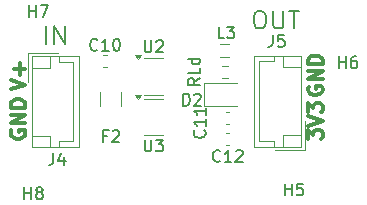
<source format=gbr>
%TF.GenerationSoftware,KiCad,Pcbnew,9.0.0*%
%TF.CreationDate,2025-04-24T23:51:43+03:00*%
%TF.ProjectId,3v3,3376332e-6b69-4636-9164-5f7063625858,rev?*%
%TF.SameCoordinates,Original*%
%TF.FileFunction,Legend,Top*%
%TF.FilePolarity,Positive*%
%FSLAX46Y46*%
G04 Gerber Fmt 4.6, Leading zero omitted, Abs format (unit mm)*
G04 Created by KiCad (PCBNEW 9.0.0) date 2025-04-24 23:51:43*
%MOMM*%
%LPD*%
G01*
G04 APERTURE LIST*
%ADD10C,0.300000*%
%ADD11C,0.150000*%
%ADD12C,0.120000*%
G04 APERTURE END LIST*
D10*
X62788947Y-102161851D02*
X62729423Y-102280898D01*
X62729423Y-102280898D02*
X62729423Y-102459470D01*
X62729423Y-102459470D02*
X62788947Y-102638041D01*
X62788947Y-102638041D02*
X62907995Y-102757089D01*
X62907995Y-102757089D02*
X63027042Y-102816612D01*
X63027042Y-102816612D02*
X63265138Y-102876136D01*
X63265138Y-102876136D02*
X63443709Y-102876136D01*
X63443709Y-102876136D02*
X63681804Y-102816612D01*
X63681804Y-102816612D02*
X63800852Y-102757089D01*
X63800852Y-102757089D02*
X63919900Y-102638041D01*
X63919900Y-102638041D02*
X63979423Y-102459470D01*
X63979423Y-102459470D02*
X63979423Y-102340422D01*
X63979423Y-102340422D02*
X63919900Y-102161851D01*
X63919900Y-102161851D02*
X63860376Y-102102327D01*
X63860376Y-102102327D02*
X63443709Y-102102327D01*
X63443709Y-102102327D02*
X63443709Y-102340422D01*
X63979423Y-101566612D02*
X62729423Y-101566612D01*
X62729423Y-101566612D02*
X63979423Y-100852327D01*
X63979423Y-100852327D02*
X62729423Y-100852327D01*
X63979423Y-100257088D02*
X62729423Y-100257088D01*
X62729423Y-100257088D02*
X62729423Y-99959469D01*
X62729423Y-99959469D02*
X62788947Y-99780898D01*
X62788947Y-99780898D02*
X62907995Y-99661850D01*
X62907995Y-99661850D02*
X63027042Y-99602327D01*
X63027042Y-99602327D02*
X63265138Y-99542803D01*
X63265138Y-99542803D02*
X63443709Y-99542803D01*
X63443709Y-99542803D02*
X63681804Y-99602327D01*
X63681804Y-99602327D02*
X63800852Y-99661850D01*
X63800852Y-99661850D02*
X63919900Y-99780898D01*
X63919900Y-99780898D02*
X63979423Y-99959469D01*
X63979423Y-99959469D02*
X63979423Y-100257088D01*
X62729423Y-98702584D02*
X63979423Y-98285917D01*
X63979423Y-98285917D02*
X62729423Y-97869251D01*
X63503233Y-97452583D02*
X63503233Y-96500203D01*
X63979423Y-96976393D02*
X63027042Y-96976393D01*
X87902923Y-102910260D02*
X87902923Y-102136451D01*
X87902923Y-102136451D02*
X88379114Y-102553117D01*
X88379114Y-102553117D02*
X88379114Y-102374546D01*
X88379114Y-102374546D02*
X88438638Y-102255498D01*
X88438638Y-102255498D02*
X88498161Y-102195974D01*
X88498161Y-102195974D02*
X88617209Y-102136451D01*
X88617209Y-102136451D02*
X88914828Y-102136451D01*
X88914828Y-102136451D02*
X89033876Y-102195974D01*
X89033876Y-102195974D02*
X89093400Y-102255498D01*
X89093400Y-102255498D02*
X89152923Y-102374546D01*
X89152923Y-102374546D02*
X89152923Y-102731689D01*
X89152923Y-102731689D02*
X89093400Y-102850736D01*
X89093400Y-102850736D02*
X89033876Y-102910260D01*
X87902923Y-101779308D02*
X89152923Y-101362641D01*
X89152923Y-101362641D02*
X87902923Y-100945975D01*
X87902923Y-100648355D02*
X87902923Y-99874546D01*
X87902923Y-99874546D02*
X88379114Y-100291212D01*
X88379114Y-100291212D02*
X88379114Y-100112641D01*
X88379114Y-100112641D02*
X88438638Y-99993593D01*
X88438638Y-99993593D02*
X88498161Y-99934069D01*
X88498161Y-99934069D02*
X88617209Y-99874546D01*
X88617209Y-99874546D02*
X88914828Y-99874546D01*
X88914828Y-99874546D02*
X89033876Y-99934069D01*
X89033876Y-99934069D02*
X89093400Y-99993593D01*
X89093400Y-99993593D02*
X89152923Y-100112641D01*
X89152923Y-100112641D02*
X89152923Y-100469784D01*
X89152923Y-100469784D02*
X89093400Y-100588831D01*
X89093400Y-100588831D02*
X89033876Y-100648355D01*
D11*
X65729026Y-94825728D02*
X65729026Y-93325728D01*
X66443312Y-94825728D02*
X66443312Y-93325728D01*
X66443312Y-93325728D02*
X67300455Y-94825728D01*
X67300455Y-94825728D02*
X67300455Y-93325728D01*
X83693141Y-92030328D02*
X83978855Y-92030328D01*
X83978855Y-92030328D02*
X84121712Y-92101757D01*
X84121712Y-92101757D02*
X84264569Y-92244614D01*
X84264569Y-92244614D02*
X84335998Y-92530328D01*
X84335998Y-92530328D02*
X84335998Y-93030328D01*
X84335998Y-93030328D02*
X84264569Y-93316042D01*
X84264569Y-93316042D02*
X84121712Y-93458900D01*
X84121712Y-93458900D02*
X83978855Y-93530328D01*
X83978855Y-93530328D02*
X83693141Y-93530328D01*
X83693141Y-93530328D02*
X83550284Y-93458900D01*
X83550284Y-93458900D02*
X83407426Y-93316042D01*
X83407426Y-93316042D02*
X83335998Y-93030328D01*
X83335998Y-93030328D02*
X83335998Y-92530328D01*
X83335998Y-92530328D02*
X83407426Y-92244614D01*
X83407426Y-92244614D02*
X83550284Y-92101757D01*
X83550284Y-92101757D02*
X83693141Y-92030328D01*
X84978855Y-92030328D02*
X84978855Y-93244614D01*
X84978855Y-93244614D02*
X85050284Y-93387471D01*
X85050284Y-93387471D02*
X85121713Y-93458900D01*
X85121713Y-93458900D02*
X85264570Y-93530328D01*
X85264570Y-93530328D02*
X85550284Y-93530328D01*
X85550284Y-93530328D02*
X85693141Y-93458900D01*
X85693141Y-93458900D02*
X85764570Y-93387471D01*
X85764570Y-93387471D02*
X85835998Y-93244614D01*
X85835998Y-93244614D02*
X85835998Y-92030328D01*
X86335999Y-92030328D02*
X87193142Y-92030328D01*
X86764570Y-93530328D02*
X86764570Y-92030328D01*
D10*
X87962447Y-98453451D02*
X87902923Y-98572498D01*
X87902923Y-98572498D02*
X87902923Y-98751070D01*
X87902923Y-98751070D02*
X87962447Y-98929641D01*
X87962447Y-98929641D02*
X88081495Y-99048689D01*
X88081495Y-99048689D02*
X88200542Y-99108212D01*
X88200542Y-99108212D02*
X88438638Y-99167736D01*
X88438638Y-99167736D02*
X88617209Y-99167736D01*
X88617209Y-99167736D02*
X88855304Y-99108212D01*
X88855304Y-99108212D02*
X88974352Y-99048689D01*
X88974352Y-99048689D02*
X89093400Y-98929641D01*
X89093400Y-98929641D02*
X89152923Y-98751070D01*
X89152923Y-98751070D02*
X89152923Y-98632022D01*
X89152923Y-98632022D02*
X89093400Y-98453451D01*
X89093400Y-98453451D02*
X89033876Y-98393927D01*
X89033876Y-98393927D02*
X88617209Y-98393927D01*
X88617209Y-98393927D02*
X88617209Y-98632022D01*
X89152923Y-97858212D02*
X87902923Y-97858212D01*
X87902923Y-97858212D02*
X89152923Y-97143927D01*
X89152923Y-97143927D02*
X87902923Y-97143927D01*
X89152923Y-96548688D02*
X87902923Y-96548688D01*
X87902923Y-96548688D02*
X87902923Y-96251069D01*
X87902923Y-96251069D02*
X87962447Y-96072498D01*
X87962447Y-96072498D02*
X88081495Y-95953450D01*
X88081495Y-95953450D02*
X88200542Y-95893927D01*
X88200542Y-95893927D02*
X88438638Y-95834403D01*
X88438638Y-95834403D02*
X88617209Y-95834403D01*
X88617209Y-95834403D02*
X88855304Y-95893927D01*
X88855304Y-95893927D02*
X88974352Y-95953450D01*
X88974352Y-95953450D02*
X89093400Y-96072498D01*
X89093400Y-96072498D02*
X89152923Y-96251069D01*
X89152923Y-96251069D02*
X89152923Y-96548688D01*
D11*
X80479942Y-104748180D02*
X80432323Y-104795800D01*
X80432323Y-104795800D02*
X80289466Y-104843419D01*
X80289466Y-104843419D02*
X80194228Y-104843419D01*
X80194228Y-104843419D02*
X80051371Y-104795800D01*
X80051371Y-104795800D02*
X79956133Y-104700561D01*
X79956133Y-104700561D02*
X79908514Y-104605323D01*
X79908514Y-104605323D02*
X79860895Y-104414847D01*
X79860895Y-104414847D02*
X79860895Y-104271990D01*
X79860895Y-104271990D02*
X79908514Y-104081514D01*
X79908514Y-104081514D02*
X79956133Y-103986276D01*
X79956133Y-103986276D02*
X80051371Y-103891038D01*
X80051371Y-103891038D02*
X80194228Y-103843419D01*
X80194228Y-103843419D02*
X80289466Y-103843419D01*
X80289466Y-103843419D02*
X80432323Y-103891038D01*
X80432323Y-103891038D02*
X80479942Y-103938657D01*
X81432323Y-104843419D02*
X80860895Y-104843419D01*
X81146609Y-104843419D02*
X81146609Y-103843419D01*
X81146609Y-103843419D02*
X81051371Y-103986276D01*
X81051371Y-103986276D02*
X80956133Y-104081514D01*
X80956133Y-104081514D02*
X80860895Y-104129133D01*
X81813276Y-103938657D02*
X81860895Y-103891038D01*
X81860895Y-103891038D02*
X81956133Y-103843419D01*
X81956133Y-103843419D02*
X82194228Y-103843419D01*
X82194228Y-103843419D02*
X82289466Y-103891038D01*
X82289466Y-103891038D02*
X82337085Y-103938657D01*
X82337085Y-103938657D02*
X82384704Y-104033895D01*
X82384704Y-104033895D02*
X82384704Y-104129133D01*
X82384704Y-104129133D02*
X82337085Y-104271990D01*
X82337085Y-104271990D02*
X81765657Y-104843419D01*
X81765657Y-104843419D02*
X82384704Y-104843419D01*
X77336705Y-100069334D02*
X77336705Y-99069334D01*
X77336705Y-99069334D02*
X77574800Y-99069334D01*
X77574800Y-99069334D02*
X77717657Y-99116953D01*
X77717657Y-99116953D02*
X77812895Y-99212191D01*
X77812895Y-99212191D02*
X77860514Y-99307429D01*
X77860514Y-99307429D02*
X77908133Y-99497905D01*
X77908133Y-99497905D02*
X77908133Y-99640762D01*
X77908133Y-99640762D02*
X77860514Y-99831238D01*
X77860514Y-99831238D02*
X77812895Y-99926476D01*
X77812895Y-99926476D02*
X77717657Y-100021715D01*
X77717657Y-100021715D02*
X77574800Y-100069334D01*
X77574800Y-100069334D02*
X77336705Y-100069334D01*
X78289086Y-99164572D02*
X78336705Y-99116953D01*
X78336705Y-99116953D02*
X78431943Y-99069334D01*
X78431943Y-99069334D02*
X78670038Y-99069334D01*
X78670038Y-99069334D02*
X78765276Y-99116953D01*
X78765276Y-99116953D02*
X78812895Y-99164572D01*
X78812895Y-99164572D02*
X78860514Y-99259810D01*
X78860514Y-99259810D02*
X78860514Y-99355048D01*
X78860514Y-99355048D02*
X78812895Y-99497905D01*
X78812895Y-99497905D02*
X78241467Y-100069334D01*
X78241467Y-100069334D02*
X78860514Y-100069334D01*
X80829133Y-94379719D02*
X80352943Y-94379719D01*
X80352943Y-94379719D02*
X80352943Y-93379719D01*
X81067229Y-93379719D02*
X81686276Y-93379719D01*
X81686276Y-93379719D02*
X81352943Y-93760671D01*
X81352943Y-93760671D02*
X81495800Y-93760671D01*
X81495800Y-93760671D02*
X81591038Y-93808290D01*
X81591038Y-93808290D02*
X81638657Y-93855909D01*
X81638657Y-93855909D02*
X81686276Y-93951147D01*
X81686276Y-93951147D02*
X81686276Y-94189242D01*
X81686276Y-94189242D02*
X81638657Y-94284480D01*
X81638657Y-94284480D02*
X81591038Y-94332100D01*
X81591038Y-94332100D02*
X81495800Y-94379719D01*
X81495800Y-94379719D02*
X81210086Y-94379719D01*
X81210086Y-94379719D02*
X81114848Y-94332100D01*
X81114848Y-94332100D02*
X81067229Y-94284480D01*
X85948895Y-107668173D02*
X85948895Y-106668173D01*
X85948895Y-107144363D02*
X86520323Y-107144363D01*
X86520323Y-107668173D02*
X86520323Y-106668173D01*
X87472704Y-106668173D02*
X86996514Y-106668173D01*
X86996514Y-106668173D02*
X86948895Y-107144363D01*
X86948895Y-107144363D02*
X86996514Y-107096744D01*
X86996514Y-107096744D02*
X87091752Y-107049125D01*
X87091752Y-107049125D02*
X87329847Y-107049125D01*
X87329847Y-107049125D02*
X87425085Y-107096744D01*
X87425085Y-107096744D02*
X87472704Y-107144363D01*
X87472704Y-107144363D02*
X87520323Y-107239601D01*
X87520323Y-107239601D02*
X87520323Y-107477696D01*
X87520323Y-107477696D02*
X87472704Y-107572934D01*
X87472704Y-107572934D02*
X87425085Y-107620554D01*
X87425085Y-107620554D02*
X87329847Y-107668173D01*
X87329847Y-107668173D02*
X87091752Y-107668173D01*
X87091752Y-107668173D02*
X86996514Y-107620554D01*
X86996514Y-107620554D02*
X86948895Y-107572934D01*
X78740690Y-97749134D02*
X78264499Y-98082467D01*
X78740690Y-98320562D02*
X77740690Y-98320562D01*
X77740690Y-98320562D02*
X77740690Y-97939610D01*
X77740690Y-97939610D02*
X77788309Y-97844372D01*
X77788309Y-97844372D02*
X77835928Y-97796753D01*
X77835928Y-97796753D02*
X77931166Y-97749134D01*
X77931166Y-97749134D02*
X78074023Y-97749134D01*
X78074023Y-97749134D02*
X78169261Y-97796753D01*
X78169261Y-97796753D02*
X78216880Y-97844372D01*
X78216880Y-97844372D02*
X78264499Y-97939610D01*
X78264499Y-97939610D02*
X78264499Y-98320562D01*
X78740690Y-96844372D02*
X78740690Y-97320562D01*
X78740690Y-97320562D02*
X77740690Y-97320562D01*
X78740690Y-96082467D02*
X77740690Y-96082467D01*
X78693071Y-96082467D02*
X78740690Y-96177705D01*
X78740690Y-96177705D02*
X78740690Y-96368181D01*
X78740690Y-96368181D02*
X78693071Y-96463419D01*
X78693071Y-96463419D02*
X78645451Y-96511038D01*
X78645451Y-96511038D02*
X78550213Y-96558657D01*
X78550213Y-96558657D02*
X78264499Y-96558657D01*
X78264499Y-96558657D02*
X78169261Y-96511038D01*
X78169261Y-96511038D02*
X78121642Y-96463419D01*
X78121642Y-96463419D02*
X78074023Y-96368181D01*
X78074023Y-96368181D02*
X78074023Y-96177705D01*
X78074023Y-96177705D02*
X78121642Y-96082467D01*
X70091342Y-95324780D02*
X70043723Y-95372400D01*
X70043723Y-95372400D02*
X69900866Y-95420019D01*
X69900866Y-95420019D02*
X69805628Y-95420019D01*
X69805628Y-95420019D02*
X69662771Y-95372400D01*
X69662771Y-95372400D02*
X69567533Y-95277161D01*
X69567533Y-95277161D02*
X69519914Y-95181923D01*
X69519914Y-95181923D02*
X69472295Y-94991447D01*
X69472295Y-94991447D02*
X69472295Y-94848590D01*
X69472295Y-94848590D02*
X69519914Y-94658114D01*
X69519914Y-94658114D02*
X69567533Y-94562876D01*
X69567533Y-94562876D02*
X69662771Y-94467638D01*
X69662771Y-94467638D02*
X69805628Y-94420019D01*
X69805628Y-94420019D02*
X69900866Y-94420019D01*
X69900866Y-94420019D02*
X70043723Y-94467638D01*
X70043723Y-94467638D02*
X70091342Y-94515257D01*
X71043723Y-95420019D02*
X70472295Y-95420019D01*
X70758009Y-95420019D02*
X70758009Y-94420019D01*
X70758009Y-94420019D02*
X70662771Y-94562876D01*
X70662771Y-94562876D02*
X70567533Y-94658114D01*
X70567533Y-94658114D02*
X70472295Y-94705733D01*
X71662771Y-94420019D02*
X71758009Y-94420019D01*
X71758009Y-94420019D02*
X71853247Y-94467638D01*
X71853247Y-94467638D02*
X71900866Y-94515257D01*
X71900866Y-94515257D02*
X71948485Y-94610495D01*
X71948485Y-94610495D02*
X71996104Y-94800971D01*
X71996104Y-94800971D02*
X71996104Y-95039066D01*
X71996104Y-95039066D02*
X71948485Y-95229542D01*
X71948485Y-95229542D02*
X71900866Y-95324780D01*
X71900866Y-95324780D02*
X71853247Y-95372400D01*
X71853247Y-95372400D02*
X71758009Y-95420019D01*
X71758009Y-95420019D02*
X71662771Y-95420019D01*
X71662771Y-95420019D02*
X71567533Y-95372400D01*
X71567533Y-95372400D02*
X71519914Y-95324780D01*
X71519914Y-95324780D02*
X71472295Y-95229542D01*
X71472295Y-95229542D02*
X71424676Y-95039066D01*
X71424676Y-95039066D02*
X71424676Y-94800971D01*
X71424676Y-94800971D02*
X71472295Y-94610495D01*
X71472295Y-94610495D02*
X71519914Y-94515257D01*
X71519914Y-94515257D02*
X71567533Y-94467638D01*
X71567533Y-94467638D02*
X71662771Y-94420019D01*
X74087095Y-102954419D02*
X74087095Y-103763942D01*
X74087095Y-103763942D02*
X74134714Y-103859180D01*
X74134714Y-103859180D02*
X74182333Y-103906800D01*
X74182333Y-103906800D02*
X74277571Y-103954419D01*
X74277571Y-103954419D02*
X74468047Y-103954419D01*
X74468047Y-103954419D02*
X74563285Y-103906800D01*
X74563285Y-103906800D02*
X74610904Y-103859180D01*
X74610904Y-103859180D02*
X74658523Y-103763942D01*
X74658523Y-103763942D02*
X74658523Y-102954419D01*
X75039476Y-102954419D02*
X75658523Y-102954419D01*
X75658523Y-102954419D02*
X75325190Y-103335371D01*
X75325190Y-103335371D02*
X75468047Y-103335371D01*
X75468047Y-103335371D02*
X75563285Y-103382990D01*
X75563285Y-103382990D02*
X75610904Y-103430609D01*
X75610904Y-103430609D02*
X75658523Y-103525847D01*
X75658523Y-103525847D02*
X75658523Y-103763942D01*
X75658523Y-103763942D02*
X75610904Y-103859180D01*
X75610904Y-103859180D02*
X75563285Y-103906800D01*
X75563285Y-103906800D02*
X75468047Y-103954419D01*
X75468047Y-103954419D02*
X75182333Y-103954419D01*
X75182333Y-103954419D02*
X75087095Y-103906800D01*
X75087095Y-103906800D02*
X75039476Y-103859180D01*
X66362266Y-104098519D02*
X66362266Y-104812804D01*
X66362266Y-104812804D02*
X66314647Y-104955661D01*
X66314647Y-104955661D02*
X66219409Y-105050900D01*
X66219409Y-105050900D02*
X66076552Y-105098519D01*
X66076552Y-105098519D02*
X65981314Y-105098519D01*
X67267028Y-104431852D02*
X67267028Y-105098519D01*
X67028933Y-104050900D02*
X66790838Y-104765185D01*
X66790838Y-104765185D02*
X67409885Y-104765185D01*
X63885145Y-107994119D02*
X63885145Y-106994119D01*
X63885145Y-107470309D02*
X64456573Y-107470309D01*
X64456573Y-107994119D02*
X64456573Y-106994119D01*
X65075621Y-107422690D02*
X64980383Y-107375071D01*
X64980383Y-107375071D02*
X64932764Y-107327452D01*
X64932764Y-107327452D02*
X64885145Y-107232214D01*
X64885145Y-107232214D02*
X64885145Y-107184595D01*
X64885145Y-107184595D02*
X64932764Y-107089357D01*
X64932764Y-107089357D02*
X64980383Y-107041738D01*
X64980383Y-107041738D02*
X65075621Y-106994119D01*
X65075621Y-106994119D02*
X65266097Y-106994119D01*
X65266097Y-106994119D02*
X65361335Y-107041738D01*
X65361335Y-107041738D02*
X65408954Y-107089357D01*
X65408954Y-107089357D02*
X65456573Y-107184595D01*
X65456573Y-107184595D02*
X65456573Y-107232214D01*
X65456573Y-107232214D02*
X65408954Y-107327452D01*
X65408954Y-107327452D02*
X65361335Y-107375071D01*
X65361335Y-107375071D02*
X65266097Y-107422690D01*
X65266097Y-107422690D02*
X65075621Y-107422690D01*
X65075621Y-107422690D02*
X64980383Y-107470309D01*
X64980383Y-107470309D02*
X64932764Y-107517928D01*
X64932764Y-107517928D02*
X64885145Y-107613166D01*
X64885145Y-107613166D02*
X64885145Y-107803642D01*
X64885145Y-107803642D02*
X64932764Y-107898880D01*
X64932764Y-107898880D02*
X64980383Y-107946500D01*
X64980383Y-107946500D02*
X65075621Y-107994119D01*
X65075621Y-107994119D02*
X65266097Y-107994119D01*
X65266097Y-107994119D02*
X65361335Y-107946500D01*
X65361335Y-107946500D02*
X65408954Y-107898880D01*
X65408954Y-107898880D02*
X65456573Y-107803642D01*
X65456573Y-107803642D02*
X65456573Y-107613166D01*
X65456573Y-107613166D02*
X65408954Y-107517928D01*
X65408954Y-107517928D02*
X65361335Y-107470309D01*
X65361335Y-107470309D02*
X65266097Y-107422690D01*
X64324645Y-92564023D02*
X64324645Y-91564023D01*
X64324645Y-92040213D02*
X64896073Y-92040213D01*
X64896073Y-92564023D02*
X64896073Y-91564023D01*
X65277026Y-91564023D02*
X65943692Y-91564023D01*
X65943692Y-91564023D02*
X65515121Y-92564023D01*
X84929666Y-94089819D02*
X84929666Y-94804104D01*
X84929666Y-94804104D02*
X84882047Y-94946961D01*
X84882047Y-94946961D02*
X84786809Y-95042200D01*
X84786809Y-95042200D02*
X84643952Y-95089819D01*
X84643952Y-95089819D02*
X84548714Y-95089819D01*
X85882047Y-94089819D02*
X85405857Y-94089819D01*
X85405857Y-94089819D02*
X85358238Y-94566009D01*
X85358238Y-94566009D02*
X85405857Y-94518390D01*
X85405857Y-94518390D02*
X85501095Y-94470771D01*
X85501095Y-94470771D02*
X85739190Y-94470771D01*
X85739190Y-94470771D02*
X85834428Y-94518390D01*
X85834428Y-94518390D02*
X85882047Y-94566009D01*
X85882047Y-94566009D02*
X85929666Y-94661247D01*
X85929666Y-94661247D02*
X85929666Y-94899342D01*
X85929666Y-94899342D02*
X85882047Y-94994580D01*
X85882047Y-94994580D02*
X85834428Y-95042200D01*
X85834428Y-95042200D02*
X85739190Y-95089819D01*
X85739190Y-95089819D02*
X85501095Y-95089819D01*
X85501095Y-95089819D02*
X85405857Y-95042200D01*
X85405857Y-95042200D02*
X85358238Y-94994580D01*
X74087095Y-94548119D02*
X74087095Y-95357642D01*
X74087095Y-95357642D02*
X74134714Y-95452880D01*
X74134714Y-95452880D02*
X74182333Y-95500500D01*
X74182333Y-95500500D02*
X74277571Y-95548119D01*
X74277571Y-95548119D02*
X74468047Y-95548119D01*
X74468047Y-95548119D02*
X74563285Y-95500500D01*
X74563285Y-95500500D02*
X74610904Y-95452880D01*
X74610904Y-95452880D02*
X74658523Y-95357642D01*
X74658523Y-95357642D02*
X74658523Y-94548119D01*
X75087095Y-94643357D02*
X75134714Y-94595738D01*
X75134714Y-94595738D02*
X75229952Y-94548119D01*
X75229952Y-94548119D02*
X75468047Y-94548119D01*
X75468047Y-94548119D02*
X75563285Y-94595738D01*
X75563285Y-94595738D02*
X75610904Y-94643357D01*
X75610904Y-94643357D02*
X75658523Y-94738595D01*
X75658523Y-94738595D02*
X75658523Y-94833833D01*
X75658523Y-94833833D02*
X75610904Y-94976690D01*
X75610904Y-94976690D02*
X75039476Y-95548119D01*
X75039476Y-95548119D02*
X75658523Y-95548119D01*
X90520895Y-96898573D02*
X90520895Y-95898573D01*
X90520895Y-96374763D02*
X91092323Y-96374763D01*
X91092323Y-96898573D02*
X91092323Y-95898573D01*
X91997085Y-95898573D02*
X91806609Y-95898573D01*
X91806609Y-95898573D02*
X91711371Y-95946192D01*
X91711371Y-95946192D02*
X91663752Y-95993811D01*
X91663752Y-95993811D02*
X91568514Y-96136668D01*
X91568514Y-96136668D02*
X91520895Y-96327144D01*
X91520895Y-96327144D02*
X91520895Y-96708096D01*
X91520895Y-96708096D02*
X91568514Y-96803334D01*
X91568514Y-96803334D02*
X91616133Y-96850954D01*
X91616133Y-96850954D02*
X91711371Y-96898573D01*
X91711371Y-96898573D02*
X91901847Y-96898573D01*
X91901847Y-96898573D02*
X91997085Y-96850954D01*
X91997085Y-96850954D02*
X92044704Y-96803334D01*
X92044704Y-96803334D02*
X92092323Y-96708096D01*
X92092323Y-96708096D02*
X92092323Y-96470001D01*
X92092323Y-96470001D02*
X92044704Y-96374763D01*
X92044704Y-96374763D02*
X91997085Y-96327144D01*
X91997085Y-96327144D02*
X91901847Y-96279525D01*
X91901847Y-96279525D02*
X91711371Y-96279525D01*
X91711371Y-96279525D02*
X91616133Y-96327144D01*
X91616133Y-96327144D02*
X91568514Y-96374763D01*
X91568514Y-96374763D02*
X91520895Y-96470001D01*
X70908866Y-102617809D02*
X70575533Y-102617809D01*
X70575533Y-103141619D02*
X70575533Y-102141619D01*
X70575533Y-102141619D02*
X71051723Y-102141619D01*
X71385057Y-102236857D02*
X71432676Y-102189238D01*
X71432676Y-102189238D02*
X71527914Y-102141619D01*
X71527914Y-102141619D02*
X71766009Y-102141619D01*
X71766009Y-102141619D02*
X71861247Y-102189238D01*
X71861247Y-102189238D02*
X71908866Y-102236857D01*
X71908866Y-102236857D02*
X71956485Y-102332095D01*
X71956485Y-102332095D02*
X71956485Y-102427333D01*
X71956485Y-102427333D02*
X71908866Y-102570190D01*
X71908866Y-102570190D02*
X71337438Y-103141619D01*
X71337438Y-103141619D02*
X71956485Y-103141619D01*
X79145580Y-102161257D02*
X79193200Y-102208876D01*
X79193200Y-102208876D02*
X79240819Y-102351733D01*
X79240819Y-102351733D02*
X79240819Y-102446971D01*
X79240819Y-102446971D02*
X79193200Y-102589828D01*
X79193200Y-102589828D02*
X79097961Y-102685066D01*
X79097961Y-102685066D02*
X79002723Y-102732685D01*
X79002723Y-102732685D02*
X78812247Y-102780304D01*
X78812247Y-102780304D02*
X78669390Y-102780304D01*
X78669390Y-102780304D02*
X78478914Y-102732685D01*
X78478914Y-102732685D02*
X78383676Y-102685066D01*
X78383676Y-102685066D02*
X78288438Y-102589828D01*
X78288438Y-102589828D02*
X78240819Y-102446971D01*
X78240819Y-102446971D02*
X78240819Y-102351733D01*
X78240819Y-102351733D02*
X78288438Y-102208876D01*
X78288438Y-102208876D02*
X78336057Y-102161257D01*
X79240819Y-101208876D02*
X79240819Y-101780304D01*
X79240819Y-101494590D02*
X78240819Y-101494590D01*
X78240819Y-101494590D02*
X78383676Y-101589828D01*
X78383676Y-101589828D02*
X78478914Y-101685066D01*
X78478914Y-101685066D02*
X78526533Y-101780304D01*
X79240819Y-100256495D02*
X79240819Y-100827923D01*
X79240819Y-100542209D02*
X78240819Y-100542209D01*
X78240819Y-100542209D02*
X78383676Y-100637447D01*
X78383676Y-100637447D02*
X78478914Y-100732685D01*
X78478914Y-100732685D02*
X78526533Y-100827923D01*
D12*
%TO.C,C12*%
X81269067Y-102380000D02*
X80976533Y-102380000D01*
X81269067Y-103400000D02*
X80976533Y-103400000D01*
%TO.C,D2*%
X79085000Y-98170800D02*
X79085000Y-100090800D01*
X79085000Y-100090800D02*
X81945000Y-100090800D01*
X81945000Y-98170800D02*
X79085000Y-98170800D01*
%TO.C,L3*%
X80469178Y-94837000D02*
X81268422Y-94837000D01*
X80469178Y-95957000D02*
X81268422Y-95957000D01*
%TO.C,RLd*%
X80614076Y-96703300D02*
X81123524Y-96703300D01*
X80614076Y-97748300D02*
X81123524Y-97748300D01*
%TO.C,C10*%
X70880467Y-95801400D02*
X70587933Y-95801400D01*
X70880467Y-96821400D02*
X70587933Y-96821400D01*
%TO.C,U3*%
X74849000Y-99475800D02*
X74049000Y-99475800D01*
X74849000Y-99475800D02*
X75649000Y-99475800D01*
X74849000Y-102595800D02*
X74049000Y-102595800D01*
X74849000Y-102595800D02*
X75649000Y-102595800D01*
X73549000Y-99525800D02*
X73309000Y-99195800D01*
X73789000Y-99195800D01*
X73549000Y-99525800D01*
G36*
X73549000Y-99525800D02*
G01*
X73309000Y-99195800D01*
X73789000Y-99195800D01*
X73549000Y-99525800D01*
G37*
%TO.C,J4*%
X64238000Y-95585800D02*
X64238000Y-98085800D01*
X64538000Y-95885800D02*
X64538000Y-103605800D01*
X64538000Y-103605800D02*
X68558000Y-103605800D01*
X66038000Y-95885800D02*
X66038000Y-96885800D01*
X66038000Y-96885800D02*
X64538000Y-96885800D01*
X66038000Y-102605800D02*
X64538000Y-102605800D01*
X66038000Y-103605800D02*
X66038000Y-102605800D01*
X66738000Y-95585800D02*
X64238000Y-95585800D01*
X66848000Y-95885800D02*
X66848000Y-96385800D01*
X66848000Y-96385800D02*
X68058000Y-96385800D01*
X66848000Y-103105800D02*
X66848000Y-103605800D01*
X68058000Y-96385800D02*
X68058000Y-103105800D01*
X68058000Y-103105800D02*
X66848000Y-103105800D01*
X68558000Y-95885800D02*
X64538000Y-95885800D01*
X68558000Y-103605800D02*
X68558000Y-95885800D01*
%TO.C,J5*%
X83303800Y-95829600D02*
X83303800Y-103549600D01*
X83303800Y-103549600D02*
X87323800Y-103549600D01*
X83803800Y-96329600D02*
X85013800Y-96329600D01*
X83803800Y-103049600D02*
X83803800Y-96329600D01*
X85013800Y-96329600D02*
X85013800Y-95829600D01*
X85013800Y-103049600D02*
X83803800Y-103049600D01*
X85013800Y-103549600D02*
X85013800Y-103049600D01*
X85123800Y-103849600D02*
X87623800Y-103849600D01*
X85823800Y-95829600D02*
X85823800Y-96829600D01*
X85823800Y-96829600D02*
X87323800Y-96829600D01*
X85823800Y-102549600D02*
X87323800Y-102549600D01*
X85823800Y-103549600D02*
X85823800Y-102549600D01*
X87323800Y-95829600D02*
X83303800Y-95829600D01*
X87323800Y-103549600D02*
X87323800Y-95829600D01*
X87623800Y-103849600D02*
X87623800Y-101349600D01*
%TO.C,U2*%
X74849000Y-96031600D02*
X74049000Y-96031600D01*
X74849000Y-96031600D02*
X75649000Y-96031600D01*
X74849000Y-99151600D02*
X74049000Y-99151600D01*
X74849000Y-99151600D02*
X75649000Y-99151600D01*
X73549000Y-96081600D02*
X73309000Y-95751600D01*
X73789000Y-95751600D01*
X73549000Y-96081600D01*
G36*
X73549000Y-96081600D02*
G01*
X73309000Y-95751600D01*
X73789000Y-95751600D01*
X73549000Y-96081600D01*
G37*
%TO.C,F2*%
X70281400Y-98909736D02*
X70281400Y-100113864D01*
X72101400Y-98909736D02*
X72101400Y-100113864D01*
%TO.C,C11*%
X80976533Y-100602000D02*
X81269067Y-100602000D01*
X80976533Y-101622000D02*
X81269067Y-101622000D01*
%TD*%
M02*

</source>
